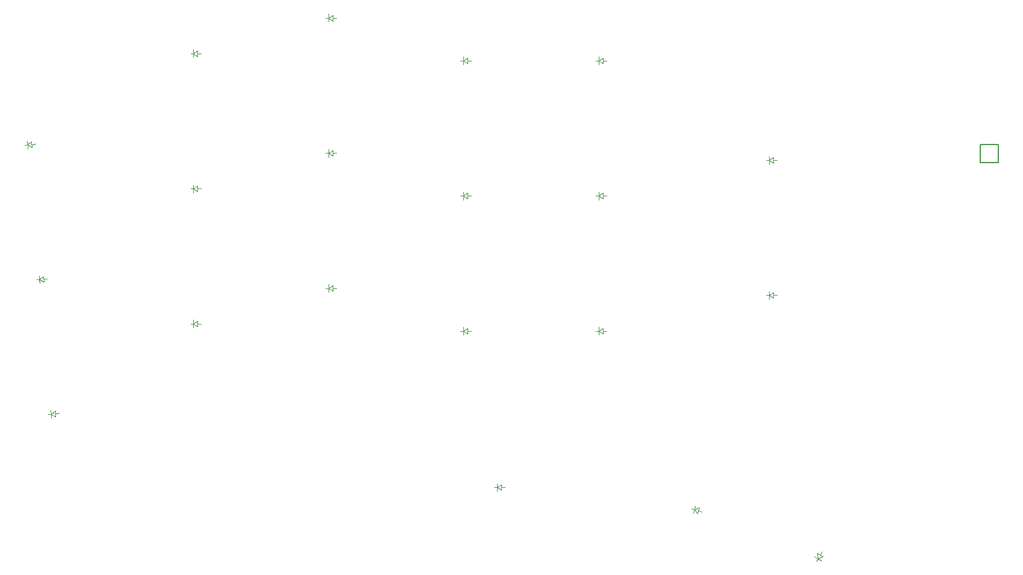
<source format=gbr>
%TF.GenerationSoftware,KiCad,Pcbnew,8.0.0*%
%TF.CreationDate,2024-03-12T02:06:11+01:00*%
%TF.ProjectId,cornish-v1,636f726e-6973-4682-9d76-312e6b696361,v1.0.0*%
%TF.SameCoordinates,Original*%
%TF.FileFunction,Legend,Bot*%
%TF.FilePolarity,Positive*%
%FSLAX46Y46*%
G04 Gerber Fmt 4.6, Leading zero omitted, Abs format (unit mm)*
G04 Created by KiCad (PCBNEW 8.0.0) date 2024-03-12 02:06:11*
%MOMM*%
%LPD*%
G01*
G04 APERTURE LIST*
%ADD10C,0.100000*%
%ADD11C,0.150000*%
G04 APERTURE END LIST*
D10*
%TO.C,D19*%
X243856796Y-134301108D02*
X244256796Y-134301108D01*
X244256796Y-134301108D02*
X244256796Y-134851108D01*
X244256796Y-134301108D02*
X244256796Y-133751108D01*
X244256796Y-134301108D02*
X244856796Y-133901108D01*
X244856796Y-134701108D02*
X244256796Y-134301108D01*
X244856796Y-134301108D02*
X245356796Y-134301108D01*
X244856796Y-133901108D02*
X244856796Y-134701108D01*
%TO.C,D10*%
X200856795Y-139301109D02*
X201256795Y-139301109D01*
X201256795Y-139301109D02*
X201256795Y-139851109D01*
X201256795Y-139301109D02*
X201256795Y-138751109D01*
X201256795Y-139301109D02*
X201856795Y-138901109D01*
X201856795Y-139701109D02*
X201256795Y-139301109D01*
X201856795Y-139301109D02*
X202356795Y-139301109D01*
X201856795Y-138901109D02*
X201856795Y-139701109D01*
%TO.C,D1*%
X142840417Y-151022229D02*
X143238895Y-150987366D01*
X143238895Y-150987366D02*
X143286831Y-151535273D01*
X143238895Y-150987366D02*
X143190960Y-150439459D01*
X143238895Y-150987366D02*
X143801749Y-150536595D01*
X143871474Y-151333551D02*
X143238895Y-150987366D01*
X143836612Y-150935073D02*
X144334709Y-150891495D01*
X143801749Y-150536595D02*
X143871474Y-151333551D01*
%TO.C,D11*%
X200856795Y-120301109D02*
X201256795Y-120301109D01*
X201256795Y-120301109D02*
X201256795Y-120851109D01*
X201256795Y-120301109D02*
X201256795Y-119751109D01*
X201256795Y-120301109D02*
X201856795Y-119901109D01*
X201856795Y-120701109D02*
X201256795Y-120301109D01*
X201856795Y-120301109D02*
X202356795Y-120301109D01*
X201856795Y-119901109D02*
X201856795Y-120701109D01*
%TO.C,D18*%
X250913551Y-171654088D02*
X251113551Y-171307678D01*
X251113551Y-171307678D02*
X250637237Y-171032678D01*
X251113551Y-171307678D02*
X251067140Y-170588063D01*
X251113551Y-171307678D02*
X251589865Y-171582677D01*
X251067140Y-170588063D02*
X251759962Y-170988063D01*
X251413551Y-170788063D02*
X251663551Y-170355050D01*
X251759962Y-170988063D02*
X251113551Y-171307678D01*
%TO.C,D13*%
X219856795Y-139301109D02*
X220256795Y-139301109D01*
X220256795Y-139301109D02*
X220256795Y-139851109D01*
X220256795Y-139301109D02*
X220256795Y-138751109D01*
X220256795Y-139301109D02*
X220856795Y-138901109D01*
X220856795Y-139701109D02*
X220256795Y-139301109D01*
X220856795Y-139301109D02*
X221356795Y-139301109D01*
X220856795Y-138901109D02*
X220856795Y-139701109D01*
%TO.C,D20*%
X243856796Y-115301108D02*
X244256796Y-115301108D01*
X244256796Y-115301108D02*
X244256796Y-115851108D01*
X244256796Y-115301108D02*
X244256796Y-114751108D01*
X244256796Y-115301108D02*
X244856796Y-114901108D01*
X244856796Y-115701108D02*
X244256796Y-115301108D01*
X244856796Y-115301108D02*
X245356796Y-115301108D01*
X244856796Y-114901108D02*
X244856796Y-115701108D01*
%TO.C,D15*%
X219856795Y-101301109D02*
X220256795Y-101301109D01*
X220256795Y-101301109D02*
X220256795Y-101851109D01*
X220256795Y-101301109D02*
X220256795Y-100751109D01*
X220256795Y-101301109D02*
X220856795Y-100901109D01*
X220856795Y-101701109D02*
X220256795Y-101301109D01*
X220856795Y-101301109D02*
X221356795Y-101301109D01*
X220856795Y-100901109D02*
X220856795Y-101701109D01*
%TO.C,D7*%
X181856795Y-133301108D02*
X182256795Y-133301108D01*
X182256795Y-133301108D02*
X182256795Y-133851108D01*
X182256795Y-133301108D02*
X182256795Y-132751108D01*
X182256795Y-133301108D02*
X182856795Y-132901108D01*
X182856795Y-133701108D02*
X182256795Y-133301108D01*
X182856795Y-133301108D02*
X183356795Y-133301108D01*
X182856795Y-132901108D02*
X182856795Y-133701108D01*
%TO.C,D12*%
X200856795Y-101301109D02*
X201256795Y-101301109D01*
X201256795Y-101301109D02*
X201256795Y-101851109D01*
X201256795Y-101301109D02*
X201256795Y-100751109D01*
X201256795Y-101301109D02*
X201856795Y-100901109D01*
X201856795Y-101701109D02*
X201256795Y-101301109D01*
X201856795Y-101301109D02*
X202356795Y-101301109D01*
X201856795Y-100901109D02*
X201856795Y-101701109D01*
D11*
%TO.C,_41*%
X273956795Y-115601108D02*
X276496795Y-115601108D01*
X273956795Y-113061108D02*
X273956795Y-115601108D01*
X273956795Y-113061108D02*
X276496796Y-113061108D01*
X276496795Y-115601108D02*
X276496796Y-113061108D01*
D10*
%TO.C,D14*%
X219856795Y-120301109D02*
X220256795Y-120301109D01*
X220256795Y-120301109D02*
X220256795Y-120851109D01*
X220256795Y-120301109D02*
X220256795Y-119751109D01*
X220256795Y-120301109D02*
X220856795Y-119901109D01*
X220856795Y-120701109D02*
X220256795Y-120301109D01*
X220856795Y-120301109D02*
X221356795Y-120301109D01*
X220856795Y-119901109D02*
X220856795Y-120701109D01*
%TO.C,D6*%
X162856796Y-100301108D02*
X163256796Y-100301108D01*
X163256796Y-100301108D02*
X163256796Y-100851108D01*
X163256796Y-100301108D02*
X163256796Y-99751108D01*
X163256796Y-100301108D02*
X163856796Y-99901108D01*
X163856796Y-100701108D02*
X163256796Y-100301108D01*
X163856796Y-100301108D02*
X164356796Y-100301108D01*
X163856796Y-99901108D02*
X163856796Y-100701108D01*
%TO.C,D16*%
X205556795Y-161301109D02*
X205956795Y-161301109D01*
X205956795Y-161301109D02*
X205956795Y-161851109D01*
X205956795Y-161301109D02*
X205956795Y-160751109D01*
X205956795Y-161301109D02*
X206556795Y-160901109D01*
X206556795Y-161701109D02*
X205956795Y-161301109D01*
X206556795Y-161301109D02*
X207056795Y-161301109D01*
X206556795Y-160901109D02*
X206556795Y-161701109D01*
%TO.C,D17*%
X233345034Y-164313843D02*
X233731403Y-164417371D01*
X233731403Y-164417371D02*
X233589053Y-164948631D01*
X233731403Y-164417371D02*
X233873755Y-163886112D01*
X233731403Y-164417371D02*
X234414487Y-164186292D01*
X234207432Y-164959033D02*
X233731403Y-164417371D01*
X234310959Y-164572663D02*
X234793922Y-164702073D01*
X234414487Y-164186292D02*
X234207432Y-164959033D01*
%TO.C,D2*%
X141184458Y-132094530D02*
X141582936Y-132059667D01*
X141582936Y-132059667D02*
X141630872Y-132607574D01*
X141582936Y-132059667D02*
X141535001Y-131511760D01*
X141582936Y-132059667D02*
X142145790Y-131608896D01*
X142215515Y-132405852D02*
X141582936Y-132059667D01*
X142180653Y-132007374D02*
X142678750Y-131963796D01*
X142145790Y-131608896D02*
X142215515Y-132405852D01*
%TO.C,D9*%
X181856795Y-95301108D02*
X182256795Y-95301108D01*
X182256795Y-95301108D02*
X182256795Y-95851108D01*
X182256795Y-95301108D02*
X182256795Y-94751108D01*
X182256795Y-95301108D02*
X182856795Y-94901108D01*
X182856795Y-95701108D02*
X182256795Y-95301108D01*
X182856795Y-95301108D02*
X183356795Y-95301108D01*
X182856795Y-94901108D02*
X182856795Y-95701108D01*
%TO.C,D3*%
X139528500Y-113166831D02*
X139926978Y-113131968D01*
X139926978Y-113131968D02*
X139974914Y-113679875D01*
X139926978Y-113131968D02*
X139879043Y-112584061D01*
X139926978Y-113131968D02*
X140489832Y-112681197D01*
X140559557Y-113478153D02*
X139926978Y-113131968D01*
X140524695Y-113079675D02*
X141022792Y-113036097D01*
X140489832Y-112681197D02*
X140559557Y-113478153D01*
%TO.C,D8*%
X181856795Y-114301108D02*
X182256795Y-114301108D01*
X182256795Y-114301108D02*
X182256795Y-114851108D01*
X182256795Y-114301108D02*
X182256795Y-113751108D01*
X182256795Y-114301108D02*
X182856795Y-113901108D01*
X182856795Y-114701108D02*
X182256795Y-114301108D01*
X182856795Y-114301108D02*
X183356795Y-114301108D01*
X182856795Y-113901108D02*
X182856795Y-114701108D01*
%TO.C,D4*%
X162856796Y-138301108D02*
X163256796Y-138301108D01*
X163256796Y-138301108D02*
X163256796Y-138851108D01*
X163256796Y-138301108D02*
X163256796Y-137751108D01*
X163256796Y-138301108D02*
X163856796Y-137901108D01*
X163856796Y-138701108D02*
X163256796Y-138301108D01*
X163856796Y-138301108D02*
X164356796Y-138301108D01*
X163856796Y-137901108D02*
X163856796Y-138701108D01*
%TO.C,D5*%
X162856796Y-119301108D02*
X163256796Y-119301108D01*
X163256796Y-119301108D02*
X163256796Y-119851108D01*
X163256796Y-119301108D02*
X163256796Y-118751108D01*
X163256796Y-119301108D02*
X163856796Y-118901108D01*
X163856796Y-119701108D02*
X163256796Y-119301108D01*
X163856796Y-119301108D02*
X164356796Y-119301108D01*
X163856796Y-118901108D02*
X163856796Y-119701108D01*
%TD*%
M02*

</source>
